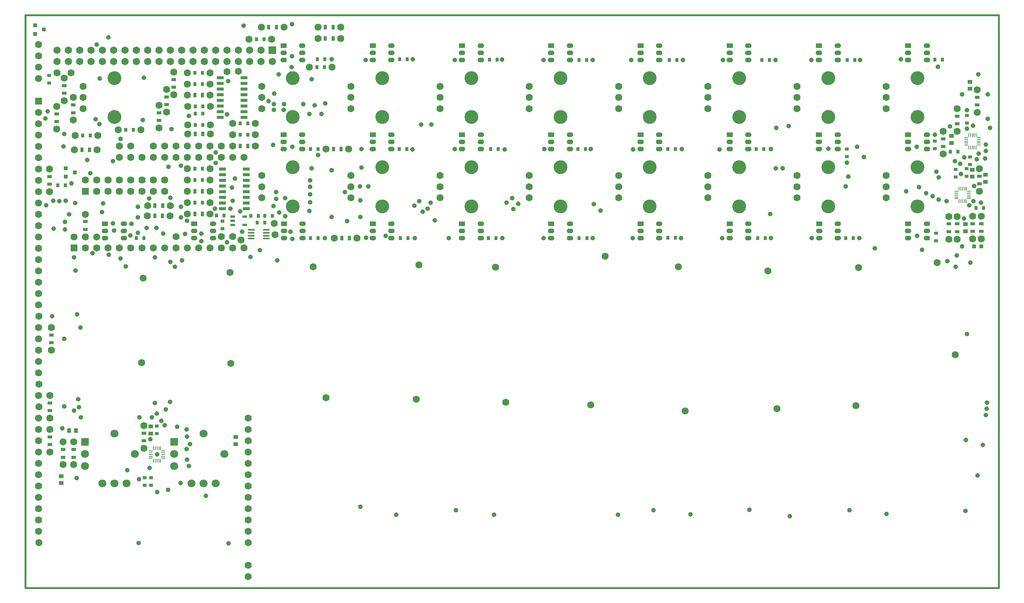
<source format=gts>
G04 This is an RS-274x file exported by *
G04 gerbv version 2.6.1 *
G04 More information is available about gerbv at *
G04 http://gerbv.geda-project.org/ *
G04 --End of header info--*
%MOIN*%
%FSLAX34Y34*%
%IPPOS*%
G04 --Define apertures--*
%ADD10C,0.0150*%
%ADD11C,0.0420*%
%ADD12C,0.0630*%
%AMMACRO13*
21,1,0.029190,0.037064,0.000000,0.000000,180.000000*
%
%ADD13MACRO13*%
%ADD14R,0.0264X0.0343*%
%ADD15R,0.0579X0.0429*%
%AMMACRO16*
21,1,0.014961,0.042898,0.000000,0.000000,360.000000*
21,1,0.057859,0.000000,0.000000,0.000000,360.000000*
1,1,0.042898,-0.007480,0.000000*
1,1,0.042898,0.007480,0.000000*
1,1,0.042898,0.007480,-0.000000*
1,1,0.042898,-0.007480,-0.000000*
%
%ADD16MACRO16*%
%ADD17R,0.0709X0.0709*%
%ADD18C,0.0709*%
%ADD19R,0.0292X0.0371*%
%ADD20R,0.0352X0.0076*%
%AMMACRO21*
21,1,0.027607,0.007578,0.000000,0.000000,360.000000*
1,1,0.007578,-0.013804,0.000000*
1,1,0.007578,0.013804,0.000000*
1,1,0.007578,0.013804,-0.000000*
1,1,0.007578,-0.013804,0.000000*
%
%ADD21MACRO21*%
%AMMACRO22*
21,1,0.007578,0.027607,0.000000,0.000000,360.000000*
1,1,0.007578,0.000000,0.013804*
1,1,0.007578,0.000000,0.013804*
1,1,0.007578,0.000000,-0.013804*
1,1,0.007578,-0.000000,-0.013804*
%
%ADD22MACRO22*%
%AMMACRO23*
21,1,0.026406,0.034280,0.000000,0.000000,270.000000*
%
%ADD23MACRO23*%
%AMMACRO24*
21,1,0.033154,0.037064,0.000000,0.000000,270.000000*
%
%ADD24MACRO24*%
%ADD25C,0.1220*%
%AMMACRO26*
21,1,0.029190,0.037064,0.000000,0.000000,90.000000*
%
%ADD26MACRO26*%
%AMMACRO27*
21,1,0.031496,0.035433,0.000000,0.000000,270.000000*
%
%ADD27MACRO27*%
%ADD28R,0.0638X0.0638*%
%ADD29C,0.0638*%
%AMMACRO30*
21,1,0.029190,0.037064,0.000000,0.000000,270.000000*
%
%ADD30MACRO30*%
%AMMACRO31*
21,1,0.026406,0.034280,0.000000,0.000000,180.000000*
%
%ADD31MACRO31*%
%AMMACRO32*
21,1,0.033154,0.037064,0.000000,0.000000,90.000000*
%
%ADD32MACRO32*%
%AMMACRO33*
21,1,0.026406,0.034280,0.000000,0.000000,90.000000*
%
%ADD33MACRO33*%
%ADD34R,0.0630X0.0630*%
%AMMACRO35*
21,1,0.035185,0.007578,0.000000,0.000000,180.000000*
%
%ADD35MACRO35*%
%AMMACRO36*
21,1,0.027607,0.007578,0.000000,0.000000,180.000000*
1,1,0.007578,0.013804,-0.000000*
1,1,0.007578,-0.013804,-0.000000*
1,1,0.007578,-0.013804,0.000000*
1,1,0.007578,0.013804,0.000000*
%
%ADD36MACRO36*%
%AMMACRO37*
21,1,0.007578,0.027607,0.000000,0.000000,180.000000*
1,1,0.007578,0.000000,-0.013804*
1,1,0.007578,-0.000000,-0.013804*
1,1,0.007578,-0.000000,0.013804*
1,1,0.007578,0.000000,0.013804*
%
%ADD37MACRO37*%
%ADD38C,0.0650*%
%AMMACRO39*
21,1,0.064961,0.064961,0.000000,0.000000,270.000000*
%
%ADD39MACRO39*%
%ADD40R,0.0413X0.0236*%
%AMMACRO41*
21,1,0.033154,0.037064,0.000000,0.000000,180.000000*
%
%ADD41MACRO41*%
%AMMACRO42*
21,1,0.023622,0.059055,0.000000,0.000000,90.000000*
%
%ADD42MACRO42*%
%ADD43R,0.0332X0.0371*%
%AMMACRO44*
21,1,0.062992,0.062992,0.000000,0.000000,270.000000*
%
%ADD44MACRO44*%
%AMMACRO45*
21,1,0.062992,0.011811,0.000000,0.000000,180.000000*
%
%ADD45MACRO45*%
%AMMACRO46*
21,1,0.051181,0.011811,0.000000,0.000000,180.000000*
1,1,0.011811,0.025591,-0.000000*
1,1,0.011811,-0.025591,-0.000000*
1,1,0.011811,-0.025591,0.000000*
1,1,0.011811,0.025591,0.000000*
%
%ADD46MACRO46*%
%AMMACRO47*
21,1,0.051181,0.011811,0.000000,0.000000,360.000000*
1,1,0.011811,-0.025591,0.000000*
1,1,0.011811,0.025591,0.000000*
1,1,0.011811,0.025591,-0.000000*
1,1,0.011811,-0.025591,0.000000*
%
%ADD47MACRO47*%
G04 --Start main section--*
G54D10*
G01X0000000Y0000000D02*
G01X0085906Y0000000D01*
G01X0085906Y0000000D02*
G01X0085906Y0050591D01*
G01X0085906Y0050591D02*
G01X0000000Y0050591D01*
G01X0000000Y0050591D02*
G01X0000000Y0000000D01*
G01X0000000Y0000000D02*
G54D11*
G01X0081319Y0034148D03*
G01X0013750Y0033661D03*
G01X0001975Y0042106D03*
G01X0077287Y0046675D03*
G01X0021955Y0042215D03*
G01X0035758Y0034026D03*
G01X0026142Y0041841D03*
G01X0082963Y0006801D03*
G01X0078868Y0035384D03*
G01X0012313Y0014350D03*
G01X0007362Y0029419D03*
G01X0082825Y0032638D03*
G01X0023540Y0049803D03*
G01X0042963Y0034409D03*
G01X0004745Y0015945D03*
G01X0008411Y0029075D03*
G01X0003432Y0040080D03*
G01X0061500Y0030884D03*
G01X0011172Y0015049D03*
G01X0081612Y0040770D03*
G01X0010925Y0034373D03*
G01X0020702Y0029823D03*
G01X0025138Y0034754D03*
G01X0003268Y0014085D03*
G01X0084045Y0009911D03*
G01X0078680Y0038972D03*
G01X0045800Y0038758D03*
G01X0027047Y0032746D03*
G01X0014269Y0032411D03*
G01X0025289Y0037057D03*
G01X0084715Y0037926D03*
G01X0007736Y0032205D03*
G01X0026464Y0042790D03*
G01X0003445Y0016014D03*
G01X0029587Y0032750D03*
G01X0008396Y0039656D03*
G01X0084872Y0016348D03*
G01X0001833Y0033789D03*
G01X0073423Y0038972D03*
G01X0004882Y0023002D03*
G01X0050090Y0030896D03*
G01X0084764Y0038573D03*
G01X0003494Y0031671D03*
G01X0035502Y0033504D03*
G01X0080059Y0034575D03*
G01X0034951Y0040915D03*
G01X0079140Y0029860D03*
G01X0080404Y0036772D03*
G01X0061560Y0046632D03*
G01X0073660Y0046634D03*
G01X0083094Y0040560D03*
G01X0083661Y0034148D03*
G01X0081380Y0028860D03*
G01X0009370Y0032144D03*
G01X0025069Y0041841D03*
G01X0077736Y0035010D03*
G01X0014281Y0011309D03*
G01X0011424Y0016319D03*
G01X0016821Y0037530D03*
G01X0083963Y0037854D03*
G01X0082024Y0037687D03*
G01X0053490Y0046632D03*
G01X0029660Y0037130D03*
G01X0043071Y0033445D03*
G01X0082520Y0037470D03*
G01X0034220Y0046683D03*
G01X0002992Y0034144D03*
G01X0021906Y0033728D03*
G01X0011634Y0011800D03*
G01X0003445Y0021988D03*
G01X0004321Y0029193D03*
G01X0030085Y0030930D03*
G01X0028217Y0034951D03*
G01X0014232Y0013992D03*
G01X0045740Y0030884D03*
G01X0003583Y0034203D03*
G01X0012160Y0031292D03*
G01X0012411Y0015744D03*
G01X0019872Y0029237D03*
G01X0074006Y0038055D03*
G01X0083094Y0042190D03*
G01X0009283Y0031112D03*
G01X0084508Y0012628D03*
G01X0010482Y0045048D03*
G01X0074990Y0030005D03*
G01X0005482Y0037785D03*
G01X0006292Y0047992D03*
G01X0050090Y0046624D03*
G01X0007343Y0048612D03*
G01X0015551Y0031299D03*
G01X0073602Y0030886D03*
G01X0007854Y0031545D03*
G01X0015545Y0030610D03*
G01X0057870Y0030906D03*
G01X0004321Y0015650D03*
G01X0002362Y0024000D03*
G01X0069370Y0046632D03*
G01X0058030Y0046624D03*
G01X0003383Y0038990D03*
G01X0011635Y0008460D03*
G01X0058711Y0006476D03*
G01X0084951Y0043573D03*
G01X0017900Y0044770D03*
G01X0082683Y0043580D03*
G01X0014449Y0041675D03*
G01X0005945Y0029547D03*
G01X0019134Y0031457D03*
G01X0050778Y0033317D03*
G01X0014111Y0031272D03*
G01X0080610Y0036266D03*
G01X0014232Y0012269D03*
G01X0003494Y0032317D03*
G01X0045730Y0046632D03*
G01X0021476Y0043002D03*
G01X0066220Y0046634D03*
G01X0013209Y0028366D03*
G01X0084843Y0015817D03*
G01X0002490Y0034203D03*
G01X0066850Y0037057D03*
G01X0042467Y0034016D03*
G01X0082870Y0038028D03*
G01X0006555Y0040965D03*
G01X0010020Y0003947D03*
G01X0012640Y0037205D03*
G01X0037920Y0038758D03*
G01X0028420Y0032400D03*
G01X0067382Y0040797D03*
G01X0029587Y0034232D03*
G01X0030260Y0035460D03*
G01X0038022Y0006870D03*
G01X0079518Y0034852D03*
G01X0013829Y0028917D03*
G01X0013750Y0037283D03*
G01X0072642Y0036329D03*
G01X0015955Y0008130D03*
G01X0070880Y0038800D03*
G01X0018104Y0033486D03*
G01X0082110Y0028370D03*
G01X0042310Y0038710D03*
G01X0006880Y0033970D03*
G01X0070080Y0046632D03*
G01X0014429Y0010748D03*
G01X0011583Y0031791D03*
G01X0012904Y0040512D03*
G01X0084783Y0015246D03*
G01X0080548Y0046030D03*
G01X0053640Y0038720D03*
G01X0002520Y0031713D03*
G01X0018989Y0033265D03*
G01X0035837Y0040915D03*
G01X0072756Y0006870D03*
G01X0004587Y0024144D03*
G01X0084340Y0034035D03*
G01X0004921Y0015049D03*
G01X0084764Y0039162D03*
G01X0027050Y0046675D03*
G01X0041368Y0006467D03*
G01X0022954Y0034431D03*
G01X0017953Y0003937D03*
G01X0009947Y0032733D03*
G01X0076014Y0006526D03*
G01X0012791Y0034459D03*
G01X0018240Y0035358D03*
G01X0027049Y0036880D03*
G01X0057930Y0038758D03*
G01X0084951Y0041407D03*
G01X0013750Y0032707D03*
G01X0034160Y0038720D03*
G01X0069410Y0030886D03*
G01X0083730Y0035491D03*
G01X0043504Y0033927D03*
G01X0006758Y0033198D03*
G01X0007756Y0037697D03*
G01X0024540Y0042736D03*
G01X0018510Y0036153D03*
G01X0012760Y0016437D03*
G01X0029660Y0038772D03*
G01X0011596Y0015404D03*
G01X0065810Y0038758D03*
G01X0065810Y0030886D03*
G01X0010359Y0041339D03*
G01X0080610Y0034281D03*
G01X0010962Y0010600D03*
G01X0022815Y0042215D03*
G01X0082660Y0030150D03*
G01X0053610Y0030884D03*
G01X0013711Y0009252D03*
G01X0012598Y0008661D03*
G01X0021955Y0042736D03*
G01X0037910Y0046632D03*
G01X0022384Y0045350D03*
G01X0018300Y0034193D03*
G01X0022952Y0032835D03*
G01X0036150Y0032440D03*
G01X0066240Y0037057D03*
G01X0025531Y0042608D03*
G01X0035067Y0033219D03*
G01X0011043Y0013122D03*
G01X0034390Y0030886D03*
G01X0005750Y0036626D03*
G01X0016754Y0033506D03*
G01X0052323Y0006447D03*
G01X0023562Y0030828D03*
G01X0017815Y0030526D03*
G01X0083307Y0033782D03*
G01X0006201Y0041378D03*
G01X0006565Y0044980D03*
G01X0011447Y0029183D03*
G01X0084125Y0038343D03*
G01X0010079Y0015049D03*
G01X0009953Y0033663D03*
G01X0034783Y0034144D03*
G01X0009931Y0031368D03*
G01X0021880Y0039110D03*
G01X0034331Y0033740D03*
G01X0010710Y0031791D03*
G01X0031801Y0031098D03*
G01X0072402Y0035443D03*
G01X0026440Y0030884D03*
G01X0022136Y0034350D03*
G01X0012795Y0028799D03*
G01X0021988Y0043652D03*
G01X0083630Y0040829D03*
G01X0072520Y0037550D03*
G01X0022827Y0042736D03*
G01X0025275Y0044910D03*
G01X0055433Y0006841D03*
G01X0019281Y0049650D03*
G01X0025128Y0036004D03*
G01X0014281Y0013355D03*
G01X0067461Y0006339D03*
G01X0025827Y0038219D03*
G01X0050187Y0033878D03*
G01X0022254Y0028933D03*
G01X0030040Y0046632D03*
G01X0016821Y0038470D03*
G01X0010039Y0009598D03*
G01X0025067Y0033287D03*
G01X0083022Y0013041D03*
G01X0082579Y0036550D03*
G01X0003878Y0032988D03*
G01X0085148Y0040630D03*
G01X0065748Y0033022D03*
G01X0082192Y0029340D03*
G01X0004444Y0028031D03*
G01X0009011Y0010389D03*
G01X0014530Y0012680D03*
G01X0022136Y0034946D03*
G01X0004075Y0035728D03*
G01X0008858Y0028386D03*
G01X0012002Y0014760D03*
G01X0023540Y0046942D03*
G01X0025128Y0034055D03*
G01X0084104Y0045354D03*
G01X0023504Y0046004D03*
G01X0029587Y0007165D03*
G01X0004417Y0033976D03*
G01X0023420Y0031469D03*
G01X0042100Y0030884D03*
G01X0022402Y0033170D03*
G01X0013406Y0014230D03*
G01X0037360Y0030884D03*
G01X0023562Y0038972D03*
G01X0049920Y0038758D03*
G01X0029530Y0035460D03*
G01X0004535Y0009706D03*
G01X0080266Y0040018D03*
G01X0004665Y0016663D03*
G01X0066257Y0040620D03*
G01X0083396Y0028730D03*
G01X0063907Y0006900D03*
G01X0001772Y0041453D03*
G01X0042080Y0046644D03*
G01X0083120Y0022431D03*
G01X0061290Y0038710D03*
G01X0078719Y0031098D03*
G01X0032726Y0006467D03*
G01X0025128Y0035433D03*
G01X0017813Y0041831D03*
G54D12*
G01X0027825Y0049510D03*
G01X0025825Y0049510D03*
G54D13*
G01X0027159Y0049510D03*
G01X0026490Y0049510D03*
G54D14*
G01X0033100Y0030884D03*
G01X0033770Y0030884D03*
G54D15*
G01X0070039Y0040018D03*
G54D16*
G01X0071693Y0038758D03*
G01X0070039Y0038758D03*
G01X0071693Y0040018D03*
G01X0071693Y0039388D03*
G01X0070039Y0039388D03*
G54D12*
G01X0017311Y0031026D03*
G54D17*
G01X0005276Y0012874D03*
G54D18*
G01X0005276Y0011811D03*
G01X0005276Y0010748D03*
G01X0006811Y0009213D03*
G01X0007874Y0009213D03*
G01X0008937Y0009213D03*
G01X0007874Y0013622D03*
G01X0009685Y0011811D03*
G54D19*
G01X0018978Y0041026D03*
G01X0019647Y0041026D03*
G54D12*
G01X0018313Y0041026D03*
G01X0020313Y0041026D03*
G54D20*
G01X0083046Y0039754D03*
G54D21*
G01X0083046Y0039596D03*
G01X0083046Y0039439D03*
G01X0083046Y0039281D03*
G01X0083046Y0039124D03*
G01X0084139Y0039124D03*
G01X0084139Y0039281D03*
G01X0084139Y0039439D03*
G01X0084139Y0039596D03*
G01X0084139Y0039754D03*
G54D22*
G01X0083278Y0038892D03*
G01X0083435Y0038892D03*
G01X0083593Y0038892D03*
G01X0083750Y0038892D03*
G01X0083907Y0038892D03*
G01X0083907Y0039986D03*
G01X0083750Y0039986D03*
G01X0083593Y0039986D03*
G01X0083435Y0039986D03*
G01X0083278Y0039986D03*
G54D12*
G01X0026545Y0016801D03*
G54D23*
G01X0083383Y0038059D03*
G01X0083383Y0037389D03*
G54D15*
G01X0038543Y0047892D03*
G54D16*
G01X0040197Y0046632D03*
G01X0038543Y0046632D03*
G01X0040197Y0047892D03*
G01X0040197Y0047262D03*
G01X0038543Y0047262D03*
G54D15*
G01X0054291Y0040018D03*
G54D16*
G01X0055945Y0038758D03*
G01X0054291Y0038758D03*
G01X0055945Y0040018D03*
G01X0055945Y0039388D03*
G01X0054291Y0039388D03*
G54D24*
G01X0003161Y0009872D03*
G01X0003161Y0009242D03*
G54D12*
G01X0052358Y0036417D03*
G01X0052358Y0035433D03*
G01X0052358Y0034449D03*
G54D25*
G01X0055118Y0037163D03*
G01X0055118Y0033703D03*
G54D12*
G01X0019685Y0004000D03*
G54D14*
G01X0025780Y0046675D03*
G01X0026449Y0046675D03*
G54D12*
G01X0081506Y0030806D03*
G01X0081506Y0032806D03*
G54D26*
G01X0081506Y0031472D03*
G01X0081506Y0032141D03*
G54D14*
G01X0025177Y0030886D03*
G01X0025846Y0030886D03*
G01X0041063Y0038758D03*
G01X0041732Y0038758D03*
G54D27*
G01X0000866Y0049685D03*
G01X0000866Y0048937D03*
G01X0001654Y0049311D03*
G54D12*
G01X0013311Y0031026D03*
G01X0020862Y0044291D03*
G01X0020862Y0043307D03*
G01X0020862Y0042323D03*
G54D25*
G01X0023622Y0045037D03*
G01X0023622Y0041577D03*
G54D12*
G01X0036610Y0036417D03*
G01X0036610Y0035433D03*
G01X0036610Y0034449D03*
G54D25*
G01X0039370Y0037163D03*
G01X0039370Y0033703D03*
G54D14*
G01X0064626Y0030884D03*
G01X0065295Y0030884D03*
G54D15*
G01X0007047Y0032144D03*
G54D16*
G01X0008701Y0030884D03*
G01X0007047Y0030884D03*
G01X0008701Y0032144D03*
G01X0008701Y0031514D03*
G01X0007047Y0031514D03*
G54D28*
G01X0005319Y0035030D03*
G54D29*
G01X0006319Y0035030D03*
G01X0007319Y0035030D03*
G01X0008319Y0035030D03*
G01X0009319Y0035030D03*
G01X0010319Y0035030D03*
G01X0011319Y0035030D03*
G01X0012319Y0035030D03*
G01X0005319Y0036030D03*
G01X0006319Y0036030D03*
G01X0007319Y0036030D03*
G01X0008319Y0036030D03*
G01X0009319Y0036030D03*
G01X0010319Y0036030D03*
G01X0011319Y0036030D03*
G01X0012319Y0036030D03*
G54D12*
G01X0018130Y0019820D03*
G54D14*
G01X0048888Y0030884D03*
G01X0049557Y0030884D03*
G54D23*
G01X0002116Y0045246D03*
G01X0002116Y0044577D03*
G54D12*
G01X0016314Y0033026D03*
G01X0014314Y0033026D03*
G54D13*
G01X0015649Y0033026D03*
G01X0014980Y0033026D03*
G54D12*
G01X0084389Y0032833D03*
G01X0084389Y0030833D03*
G54D30*
G01X0084389Y0032167D03*
G01X0084389Y0031498D03*
G54D12*
G01X0083602Y0030833D03*
G01X0083602Y0032833D03*
G54D26*
G01X0083602Y0031498D03*
G01X0083602Y0032167D03*
G54D14*
G01X0056693Y0030927D03*
G01X0057362Y0030927D03*
G01X0072549Y0046634D03*
G01X0073219Y0046634D03*
G01X0025157Y0038758D03*
G01X0025827Y0038758D03*
G01X0033051Y0046683D03*
G01X0033720Y0046683D03*
G54D12*
G01X0002776Y0040526D03*
G01X0002776Y0042526D03*
G54D26*
G01X0002776Y0041191D03*
G01X0002776Y0041860D03*
G54D12*
G01X0018090Y0027844D03*
G01X0017311Y0039026D03*
G54D31*
G01X0015677Y0041884D03*
G01X0015007Y0041884D03*
G54D32*
G01X0083386Y0044075D03*
G01X0083386Y0044705D03*
G54D12*
G01X0016311Y0039026D03*
G01X0019685Y0001000D03*
G01X0028736Y0044291D03*
G01X0028736Y0043307D03*
G01X0028736Y0042323D03*
G54D25*
G01X0031496Y0045037D03*
G01X0031496Y0041577D03*
G54D12*
G01X0001181Y0045000D03*
G01X0001181Y0046000D03*
G54D15*
G01X0022824Y0032144D03*
G54D16*
G01X0024477Y0030884D03*
G01X0022824Y0030884D03*
G01X0024477Y0032144D03*
G01X0024477Y0031514D03*
G01X0022824Y0031514D03*
G54D12*
G01X0029287Y0030884D03*
G01X0027287Y0030884D03*
G54D13*
G01X0028622Y0030884D03*
G01X0027953Y0030884D03*
G54D12*
G01X0011311Y0039026D03*
G54D14*
G01X0040965Y0046644D03*
G01X0041634Y0046644D03*
G54D12*
G01X0003443Y0045026D03*
G01X0003443Y0043026D03*
G54D30*
G01X0003443Y0044360D03*
G01X0003443Y0043691D03*
G54D12*
G01X0014314Y0039026D03*
G54D23*
G01X0083065Y0037010D03*
G01X0083065Y0036341D03*
G54D32*
G01X0018583Y0012697D03*
G01X0018583Y0013327D03*
G54D14*
G01X0056703Y0038758D03*
G01X0057372Y0038758D03*
G54D12*
G01X0060232Y0044291D03*
G01X0060232Y0043307D03*
G01X0060232Y0042323D03*
G54D25*
G01X0062992Y0045037D03*
G01X0062992Y0041577D03*
G54D12*
G01X0008311Y0039026D03*
G01X0018811Y0045630D03*
G01X0012480Y0042038D03*
G01X0012480Y0044038D03*
G54D26*
G01X0012480Y0042703D03*
G01X0012480Y0043372D03*
G54D14*
G01X0009815Y0030884D03*
G01X0010484Y0030884D03*
G54D33*
G01X0080266Y0038799D03*
G01X0080266Y0039469D03*
G54D12*
G01X0019685Y0002000D03*
G01X0004026Y0045482D03*
G01X0068106Y0036417D03*
G01X0068106Y0035433D03*
G01X0068106Y0034449D03*
G54D25*
G01X0070866Y0037163D03*
G01X0070866Y0033703D03*
G54D34*
G01X0004321Y0030026D03*
G54D12*
G01X0005321Y0030026D03*
G01X0006321Y0030026D03*
G01X0007321Y0030026D03*
G01X0008321Y0030026D03*
G01X0009321Y0030026D03*
G01X0010321Y0030026D03*
G01X0011321Y0030026D03*
G01X0012321Y0030026D03*
G01X0013321Y0030026D03*
G01X0014321Y0030026D03*
G01X0015321Y0030026D03*
G01X0016321Y0030026D03*
G01X0017321Y0030026D03*
G01X0018321Y0030026D03*
G01X0019321Y0030026D03*
G01X0019321Y0038026D03*
G01X0018321Y0038026D03*
G01X0017321Y0038026D03*
G01X0016321Y0038026D03*
G01X0015321Y0038026D03*
G01X0014321Y0038026D03*
G01X0013321Y0038026D03*
G01X0012321Y0038026D03*
G01X0011321Y0038026D03*
G01X0010321Y0038026D03*
G01X0009321Y0038026D03*
G01X0008321Y0038026D03*
G01X0019685Y0008000D03*
G54D32*
G01X0082959Y0031478D03*
G01X0082959Y0032108D03*
G54D12*
G01X0009311Y0039026D03*
G01X0022825Y0049510D03*
G01X0020825Y0049510D03*
G54D13*
G01X0022159Y0049510D03*
G01X0021490Y0049510D03*
G54D35*
G01X0083283Y0034380D03*
G54D36*
G01X0083283Y0034537D03*
G01X0083283Y0034695D03*
G01X0083283Y0034852D03*
G01X0083283Y0035010D03*
G01X0082189Y0035010D03*
G01X0082189Y0034852D03*
G01X0082189Y0034695D03*
G01X0082189Y0034537D03*
G01X0082189Y0034380D03*
G54D37*
G01X0083051Y0035242D03*
G01X0082894Y0035242D03*
G01X0082736Y0035242D03*
G01X0082579Y0035242D03*
G01X0082421Y0035242D03*
G01X0082421Y0034148D03*
G01X0082579Y0034148D03*
G01X0082736Y0034148D03*
G01X0082894Y0034148D03*
G01X0083051Y0034148D03*
G54D12*
G01X0013110Y0043557D03*
G01X0013110Y0045557D03*
G54D26*
G01X0013110Y0044223D03*
G01X0013110Y0044892D03*
G54D33*
G01X0017392Y0031728D03*
G01X0017392Y0032398D03*
G54D12*
G01X0042420Y0016398D03*
G01X0027825Y0048510D03*
G01X0025825Y0048510D03*
G54D13*
G01X0027159Y0048510D03*
G01X0026490Y0048510D03*
G54D12*
G01X0016342Y0040095D03*
G01X0014342Y0040095D03*
G54D13*
G01X0015677Y0040095D03*
G01X0015007Y0040095D03*
G54D14*
G01X0056850Y0046624D03*
G01X0057520Y0046624D03*
G54D27*
G01X0003577Y0037067D03*
G01X0003577Y0036319D03*
G01X0004364Y0036693D03*
G54D12*
G01X0019685Y0011000D03*
G01X0019685Y0006000D03*
G54D38*
G01X0020811Y0047500D03*
G01X0019811Y0047500D03*
G01X0018811Y0047500D03*
G01X0017811Y0047500D03*
G01X0016811Y0047500D03*
G01X0015811Y0047500D03*
G01X0014811Y0047500D03*
G01X0013811Y0047500D03*
G01X0012811Y0047500D03*
G01X0011811Y0047500D03*
G01X0010811Y0047500D03*
G01X0009811Y0047500D03*
G01X0008811Y0047500D03*
G01X0007811Y0047500D03*
G01X0006811Y0047500D03*
G01X0005811Y0047500D03*
G01X0004811Y0047500D03*
G01X0003811Y0047500D03*
G01X0002811Y0047500D03*
G01X0021811Y0046500D03*
G01X0020811Y0046500D03*
G01X0019811Y0046500D03*
G01X0018811Y0046500D03*
G01X0017811Y0046500D03*
G01X0016811Y0046500D03*
G01X0015811Y0046500D03*
G01X0014811Y0046500D03*
G01X0013811Y0046500D03*
G01X0012811Y0046500D03*
G01X0011811Y0046500D03*
G01X0010811Y0046500D03*
G01X0009811Y0046500D03*
G01X0008811Y0046500D03*
G01X0007811Y0046500D03*
G01X0006811Y0046500D03*
G01X0005811Y0046500D03*
G01X0004811Y0046500D03*
G01X0003811Y0046500D03*
G01X0002811Y0046500D03*
G54D39*
G01X0021811Y0047500D03*
G54D12*
G01X0018311Y0031026D03*
G54D40*
G01X0018311Y0032795D03*
G01X0018311Y0032421D03*
G01X0018311Y0032047D03*
G01X0019374Y0032047D03*
G01X0019374Y0032795D03*
G54D14*
G01X0040886Y0030888D03*
G01X0041555Y0030888D03*
G54D41*
G01X0004487Y0013899D03*
G01X0003857Y0013899D03*
G54D23*
G01X0011092Y0009730D03*
G01X0011092Y0009061D03*
G54D12*
G01X0005311Y0033006D03*
G01X0005311Y0031006D03*
G54D30*
G01X0005311Y0032341D03*
G01X0005311Y0031671D03*
G54D42*
G01X0019518Y0033476D03*
G01X0019518Y0033976D03*
G01X0019518Y0034476D03*
G01X0019518Y0034976D03*
G01X0019518Y0035476D03*
G01X0019518Y0035976D03*
G01X0019518Y0036476D03*
G01X0019518Y0036976D03*
G01X0017392Y0036976D03*
G01X0017392Y0036476D03*
G01X0017392Y0035976D03*
G01X0017392Y0035476D03*
G01X0017392Y0034976D03*
G01X0017392Y0034476D03*
G01X0017392Y0033976D03*
G01X0017392Y0033476D03*
G54D19*
G01X0020420Y0048444D03*
G01X0021089Y0048444D03*
G54D12*
G01X0019755Y0048444D03*
G01X0021755Y0048444D03*
G54D15*
G01X0030669Y0047892D03*
G54D16*
G01X0032323Y0046632D03*
G01X0030669Y0046632D03*
G01X0032323Y0047892D03*
G01X0032323Y0047262D03*
G01X0030669Y0047262D03*
G54D14*
G01X0002860Y0035557D03*
G01X0003530Y0035557D03*
G54D15*
G01X0062165Y0032144D03*
G54D16*
G01X0063819Y0030884D03*
G01X0062165Y0030884D03*
G01X0063819Y0032144D03*
G01X0063819Y0031514D03*
G01X0062165Y0031514D03*
G54D12*
G01X0019685Y0005000D03*
G01X0034518Y0016654D03*
G01X0002811Y0045482D03*
G54D14*
G01X0019901Y0032840D03*
G01X0020570Y0032840D03*
G54D15*
G01X0038543Y0032144D03*
G54D16*
G01X0040197Y0030884D03*
G01X0038543Y0030884D03*
G01X0040197Y0032144D03*
G01X0040197Y0031514D03*
G01X0038543Y0031514D03*
G54D12*
G01X0010410Y0027352D03*
G01X0019045Y0030738D03*
G01X0017811Y0045600D03*
G01X0002189Y0014002D03*
G01X0002189Y0012002D03*
G54D30*
G01X0002189Y0013337D03*
G01X0002189Y0012667D03*
G54D23*
G01X0083106Y0041728D03*
G01X0083106Y0041059D03*
G54D12*
G01X0003346Y0010874D03*
G01X0003346Y0012874D03*
G54D26*
G01X0003346Y0011539D03*
G01X0003346Y0012209D03*
G54D12*
G01X0080994Y0040329D03*
G01X0080994Y0038329D03*
G54D30*
G01X0080994Y0039663D03*
G01X0080994Y0038994D03*
G54D15*
G01X0070059Y0032146D03*
G54D16*
G01X0071713Y0030886D03*
G01X0070059Y0030886D03*
G01X0071713Y0032146D03*
G01X0071713Y0031516D03*
G01X0070059Y0031516D03*
G54D12*
G01X0001181Y0047000D03*
G01X0001181Y0048000D03*
G01X0082067Y0020600D03*
G01X0019685Y0013000D03*
G54D15*
G01X0014921Y0032144D03*
G54D16*
G01X0016575Y0030884D03*
G01X0014921Y0030884D03*
G01X0016575Y0032144D03*
G01X0016575Y0031514D03*
G01X0014921Y0031514D03*
G54D12*
G01X0041516Y0028317D03*
G01X0075980Y0044291D03*
G01X0075980Y0043307D03*
G01X0075980Y0042323D03*
G54D25*
G01X0078740Y0045037D03*
G01X0078740Y0041577D03*
G54D12*
G01X0002303Y0022992D03*
G01X0002303Y0020992D03*
G54D30*
G01X0002303Y0022327D03*
G01X0002303Y0021657D03*
G54D24*
G01X0011078Y0014243D03*
G01X0011078Y0013613D03*
G54D12*
G01X0019685Y0010000D03*
G54D19*
G01X0014960Y0034026D03*
G01X0015630Y0034026D03*
G54D12*
G01X0014295Y0034026D03*
G01X0016295Y0034026D03*
G54D15*
G01X0070039Y0047892D03*
G54D16*
G01X0071693Y0046632D03*
G01X0070039Y0046632D03*
G01X0071693Y0047892D03*
G01X0071693Y0047262D03*
G01X0070039Y0047262D03*
G54D12*
G01X0028530Y0038762D03*
G01X0026530Y0038762D03*
G54D13*
G01X0027864Y0038762D03*
G01X0027195Y0038762D03*
G54D12*
G01X0021969Y0032185D03*
G01X0016295Y0035026D03*
G01X0014295Y0035026D03*
G54D13*
G01X0015630Y0035026D03*
G01X0014960Y0035026D03*
G54D15*
G01X0046417Y0040018D03*
G54D16*
G01X0048071Y0038758D03*
G01X0046417Y0038758D03*
G01X0048071Y0040018D03*
G01X0048071Y0039388D03*
G01X0046417Y0039388D03*
G54D15*
G01X0030669Y0032144D03*
G54D16*
G01X0032323Y0030884D03*
G01X0030669Y0030884D03*
G01X0032323Y0032144D03*
G01X0032323Y0031514D03*
G01X0030669Y0031514D03*
G54D12*
G01X0019685Y0007000D03*
G01X0019685Y0015000D03*
G54D14*
G01X0048868Y0046624D03*
G01X0049537Y0046624D03*
G54D15*
G01X0077913Y0032144D03*
G54D16*
G01X0079567Y0030884D03*
G01X0077913Y0030884D03*
G01X0079567Y0032144D03*
G01X0079567Y0031514D03*
G01X0077913Y0031514D03*
G54D19*
G01X0005059Y0039970D03*
G01X0005728Y0039970D03*
G54D12*
G01X0004394Y0039970D03*
G01X0006394Y0039970D03*
G54D15*
G01X0062165Y0047892D03*
G54D16*
G01X0063819Y0046632D03*
G01X0062165Y0046632D03*
G01X0063819Y0047892D03*
G01X0063819Y0047262D03*
G01X0062165Y0047262D03*
G54D15*
G01X0077913Y0047892D03*
G54D16*
G01X0079567Y0046632D03*
G01X0077913Y0046632D03*
G01X0079567Y0047892D03*
G01X0079567Y0047262D03*
G01X0077913Y0047262D03*
G54D12*
G01X0034744Y0028533D03*
G01X0028736Y0036417D03*
G01X0028736Y0035433D03*
G01X0028736Y0034449D03*
G54D25*
G01X0031496Y0037163D03*
G01X0031496Y0033703D03*
G54D43*
G01X0083740Y0030150D03*
G01X0084370Y0030150D03*
G54D12*
G01X0065531Y0028000D03*
G01X0044484Y0036417D03*
G01X0044484Y0035433D03*
G01X0044484Y0034449D03*
G54D25*
G01X0047244Y0037163D03*
G01X0047244Y0033703D03*
G54D23*
G01X0080364Y0031326D03*
G01X0080364Y0030656D03*
G54D12*
G01X0015311Y0039026D03*
G01X0068106Y0044291D03*
G01X0068106Y0043307D03*
G01X0068106Y0042323D03*
G54D25*
G01X0070866Y0045037D03*
G01X0070866Y0041577D03*
G54D31*
G01X0021140Y0032268D03*
G01X0020470Y0032268D03*
G54D12*
G01X0019685Y0012000D03*
G54D14*
G01X0080276Y0046654D03*
G01X0080945Y0046654D03*
G54D19*
G01X0025746Y0046004D03*
G01X0026416Y0046004D03*
G54D12*
G01X0025081Y0046004D03*
G01X0027081Y0046004D03*
G01X0019685Y0014000D03*
G54D15*
G01X0038543Y0040018D03*
G54D16*
G01X0040197Y0038758D03*
G01X0038543Y0038758D03*
G01X0040197Y0040018D03*
G01X0040197Y0039388D03*
G01X0038543Y0039388D03*
G54D12*
G01X0020313Y0039026D03*
G01X0018313Y0039026D03*
G54D13*
G01X0019647Y0039026D03*
G01X0018978Y0039026D03*
G54D31*
G01X0084589Y0033543D03*
G01X0083920Y0033543D03*
G54D42*
G01X0019321Y0041557D03*
G01X0019321Y0042057D03*
G01X0019321Y0042557D03*
G01X0019321Y0043057D03*
G01X0019321Y0043557D03*
G01X0019321Y0044057D03*
G01X0019321Y0044557D03*
G01X0019321Y0045057D03*
G01X0017195Y0045057D03*
G01X0017195Y0044557D03*
G01X0017195Y0044057D03*
G01X0017195Y0043557D03*
G01X0017195Y0043057D03*
G01X0017195Y0042557D03*
G01X0017195Y0042057D03*
G01X0017195Y0041557D03*
G54D12*
G01X0010280Y0019880D03*
G54D33*
G01X0010541Y0009061D03*
G01X0010541Y0009730D03*
G54D12*
G01X0012791Y0033750D03*
G01X0010791Y0033750D03*
G54D13*
G01X0012126Y0033750D03*
G01X0011456Y0033750D03*
G54D19*
G01X0014980Y0037026D03*
G01X0015649Y0037026D03*
G54D12*
G01X0014314Y0037026D03*
G01X0016314Y0037026D03*
G54D14*
G01X0021140Y0032849D03*
G01X0021809Y0032849D03*
G54D15*
G01X0022795Y0047892D03*
G54D16*
G01X0024449Y0046632D03*
G01X0022795Y0046632D03*
G01X0024449Y0047892D03*
G01X0024449Y0047262D03*
G01X0022795Y0047262D03*
G54D12*
G01X0073550Y0028280D03*
G54D14*
G01X0081630Y0038515D03*
G01X0082299Y0038515D03*
G54D15*
G01X0054291Y0032144D03*
G54D16*
G01X0055945Y0030884D03*
G01X0054291Y0030884D03*
G01X0055945Y0032144D03*
G01X0055945Y0031514D03*
G01X0054291Y0031514D03*
G54D12*
G01X0058228Y0015620D03*
G54D32*
G01X0081746Y0039281D03*
G01X0081746Y0039911D03*
G54D12*
G01X0049900Y0016152D03*
G01X0073320Y0016090D03*
G54D15*
G01X0030669Y0040018D03*
G54D16*
G01X0032323Y0038758D03*
G01X0030669Y0038758D03*
G01X0032323Y0040018D03*
G01X0032323Y0039388D03*
G01X0030669Y0039388D03*
G54D15*
G01X0062165Y0040018D03*
G54D16*
G01X0063819Y0038758D03*
G01X0062165Y0038758D03*
G01X0063819Y0040018D03*
G01X0063819Y0039388D03*
G01X0062165Y0039388D03*
G54D12*
G01X0013311Y0039026D03*
G54D14*
G01X0048780Y0038758D03*
G01X0049449Y0038758D03*
G54D24*
G01X0083581Y0036939D03*
G01X0083581Y0036309D03*
G54D19*
G01X0018978Y0040026D03*
G01X0019647Y0040026D03*
G54D12*
G01X0018313Y0040026D03*
G01X0020313Y0040026D03*
G01X0004276Y0012874D03*
G01X0004276Y0010874D03*
G54D30*
G01X0004276Y0012209D03*
G01X0004276Y0011539D03*
G54D12*
G01X0036610Y0044291D03*
G01X0036610Y0043307D03*
G01X0036610Y0042323D03*
G54D25*
G01X0039370Y0045037D03*
G01X0039370Y0041577D03*
G54D12*
G01X0010478Y0012311D03*
G01X0010478Y0014311D03*
G54D26*
G01X0010478Y0012977D03*
G01X0010478Y0013646D03*
G54D23*
G01X0011595Y0014276D03*
G01X0011595Y0013607D03*
G54D12*
G01X0025423Y0028366D03*
G54D19*
G01X0014960Y0036026D03*
G01X0015630Y0036026D03*
G54D12*
G01X0014295Y0036026D03*
G01X0016295Y0036026D03*
G01X0011811Y0042632D03*
G01X0011811Y0040632D03*
G54D30*
G01X0011811Y0041967D03*
G01X0011811Y0041298D03*
G54D14*
G01X0072406Y0030886D03*
G01X0073076Y0030886D03*
G54D19*
G01X0014976Y0044485D03*
G01X0015646Y0044485D03*
G54D12*
G01X0014311Y0044485D03*
G01X0016311Y0044485D03*
G54D15*
G01X0046417Y0032144D03*
G54D16*
G01X0048071Y0030884D03*
G01X0046417Y0030884D03*
G01X0048071Y0032144D03*
G01X0048071Y0031514D03*
G01X0046417Y0031514D03*
G54D14*
G01X0065010Y0046634D03*
G01X0065679Y0046634D03*
G54D23*
G01X0072520Y0038758D03*
G01X0072520Y0038089D03*
G54D14*
G01X0032992Y0038758D03*
G01X0033661Y0038758D03*
G54D12*
G01X0004252Y0043307D03*
G01X0004252Y0041307D03*
G54D30*
G01X0004252Y0042642D03*
G01X0004252Y0041972D03*
G54D12*
G01X0066330Y0015807D03*
G01X0084222Y0035010D03*
G01X0084222Y0037010D03*
G54D26*
G01X0084222Y0035675D03*
G01X0084222Y0036344D03*
G54D12*
G01X0006335Y0038691D03*
G01X0004335Y0038691D03*
G54D13*
G01X0005669Y0038691D03*
G01X0005000Y0038691D03*
G54D12*
G01X0022037Y0031201D03*
G01X0019685Y0009000D03*
G54D15*
G01X0022795Y0040018D03*
G54D16*
G01X0024449Y0038758D03*
G01X0022795Y0038758D03*
G01X0024449Y0040018D03*
G01X0024449Y0039388D03*
G01X0022795Y0039388D03*
G54D15*
G01X0077913Y0040018D03*
G54D16*
G01X0079567Y0038758D03*
G01X0077913Y0038758D03*
G01X0079567Y0040018D03*
G01X0079567Y0039388D03*
G01X0077913Y0039388D03*
G54D19*
G01X0015007Y0042519D03*
G01X0015677Y0042519D03*
G54D12*
G01X0014342Y0042519D03*
G01X0016342Y0042519D03*
G54D15*
G01X0046417Y0047892D03*
G54D16*
G01X0048071Y0046632D03*
G01X0046417Y0046632D03*
G01X0048071Y0047892D03*
G01X0048071Y0047262D03*
G01X0046417Y0047262D03*
G54D19*
G01X0015007Y0040876D03*
G01X0015677Y0040876D03*
G54D12*
G01X0014342Y0040876D03*
G01X0016342Y0040876D03*
G54D14*
G01X0064508Y0038758D03*
G01X0065177Y0038758D03*
G54D12*
G01X0044484Y0044291D03*
G01X0044484Y0043307D03*
G01X0044484Y0042323D03*
G54D25*
G01X0047244Y0045037D03*
G01X0047244Y0041577D03*
G54D12*
G01X0080472Y0028730D03*
G01X0012772Y0032844D03*
G01X0010772Y0032844D03*
G54D13*
G01X0012106Y0032844D03*
G01X0011437Y0032844D03*
G54D33*
G01X0082122Y0036303D03*
G01X0082122Y0036972D03*
G54D12*
G01X0084017Y0043988D03*
G01X0084017Y0041988D03*
G54D30*
G01X0084017Y0043323D03*
G01X0084017Y0042654D03*
G54D12*
G01X0001181Y0042000D03*
G01X0001181Y0041000D03*
G01X0001181Y0040000D03*
G01X0001181Y0039000D03*
G01X0001181Y0038000D03*
G01X0001181Y0037000D03*
G01X0001181Y0036000D03*
G01X0001181Y0035000D03*
G01X0001181Y0034000D03*
G01X0001181Y0033000D03*
G01X0001181Y0032000D03*
G01X0001181Y0031000D03*
G01X0001181Y0030000D03*
G01X0001181Y0029000D03*
G01X0001181Y0028000D03*
G01X0001181Y0027000D03*
G01X0001181Y0026000D03*
G01X0001181Y0025000D03*
G01X0001211Y0024000D03*
G01X0001181Y0023000D03*
G01X0001181Y0022000D03*
G01X0001181Y0021000D03*
G01X0001181Y0020000D03*
G01X0001181Y0019000D03*
G01X0001211Y0018000D03*
G01X0001181Y0017000D03*
G01X0001211Y0016000D03*
G01X0001181Y0015000D03*
G01X0001181Y0014000D03*
G01X0001181Y0013000D03*
G01X0001181Y0012000D03*
G01X0001181Y0011000D03*
G01X0001181Y0010000D03*
G01X0001181Y0009000D03*
G01X0001181Y0008000D03*
G01X0001181Y0007000D03*
G01X0001181Y0006000D03*
G01X0001181Y0005000D03*
G01X0001211Y0004000D03*
G54D44*
G01X0001181Y0043000D03*
G54D12*
G01X0051171Y0029291D03*
G01X0057638Y0028360D03*
G01X0075980Y0036417D03*
G01X0075980Y0035433D03*
G01X0075980Y0034449D03*
G54D25*
G01X0078740Y0037163D03*
G01X0078740Y0033703D03*
G54D12*
G01X0006311Y0031006D03*
G54D19*
G01X0014976Y0045489D03*
G01X0015646Y0045489D03*
G54D12*
G01X0014311Y0045489D03*
G01X0016311Y0045489D03*
G54D32*
G01X0084750Y0035865D03*
G01X0084750Y0036495D03*
G54D12*
G01X0060232Y0036417D03*
G01X0060232Y0035433D03*
G01X0060232Y0034449D03*
G54D25*
G01X0062992Y0037163D03*
G01X0062992Y0033703D03*
G54D20*
G01X0011087Y0012077D03*
G54D21*
G01X0011087Y0011919D03*
G01X0011087Y0011762D03*
G01X0011087Y0011604D03*
G01X0011087Y0011447D03*
G01X0012181Y0011447D03*
G01X0012181Y0011604D03*
G01X0012181Y0011762D03*
G01X0012181Y0011919D03*
G01X0012181Y0012077D03*
G54D22*
G01X0011319Y0011215D03*
G01X0011476Y0011215D03*
G01X0011634Y0011215D03*
G01X0011791Y0011215D03*
G01X0011949Y0011215D03*
G01X0011949Y0012309D03*
G01X0011791Y0012309D03*
G01X0011634Y0012309D03*
G01X0011476Y0012309D03*
G01X0011319Y0012309D03*
G54D19*
G01X0008868Y0040465D03*
G01X0009537Y0040465D03*
G54D12*
G01X0008203Y0040465D03*
G01X0010203Y0040465D03*
G01X0002146Y0037000D03*
G01X0002146Y0035000D03*
G54D30*
G01X0002146Y0036335D03*
G01X0002146Y0035665D03*
G54D12*
G01X0082234Y0040329D03*
G01X0082234Y0042329D03*
G54D26*
G01X0082234Y0040994D03*
G01X0082234Y0041663D03*
G54D12*
G01X0002181Y0015000D03*
G01X0002181Y0017000D03*
G54D26*
G01X0002181Y0015665D03*
G01X0002181Y0016335D03*
G54D45*
G01X0019935Y0031610D03*
G54D46*
G01X0019935Y0031354D03*
G01X0019935Y0031098D03*
G01X0019935Y0030843D03*
G54D47*
G01X0021274Y0030843D03*
G01X0021274Y0031098D03*
G01X0021274Y0031354D03*
G01X0021274Y0031610D03*
G54D17*
G01X0013150Y0012874D03*
G54D18*
G01X0013150Y0011811D03*
G01X0013150Y0010748D03*
G01X0014685Y0009213D03*
G01X0015748Y0009213D03*
G01X0016811Y0009213D03*
G01X0015748Y0013622D03*
G01X0017559Y0011811D03*
G54D12*
G01X0004311Y0031006D03*
G01X0016311Y0043519D03*
G01X0014311Y0043519D03*
G54D13*
G01X0015646Y0043519D03*
G01X0014976Y0043519D03*
G54D15*
G01X0054291Y0047892D03*
G54D16*
G01X0055945Y0046632D03*
G01X0054291Y0046632D03*
G01X0055945Y0047892D03*
G01X0055945Y0047262D03*
G01X0054291Y0047262D03*
G54D14*
G01X0016886Y0032894D03*
G01X0017555Y0032894D03*
G54D12*
G01X0012311Y0039026D03*
G01X0005114Y0044291D03*
G01X0005114Y0043307D03*
G01X0005114Y0042323D03*
G54D25*
G01X0007874Y0045037D03*
G01X0007874Y0041577D03*
G54D12*
G01X0020862Y0036417D03*
G01X0020862Y0035433D03*
G01X0020862Y0034449D03*
G54D25*
G01X0023622Y0037163D03*
G01X0023622Y0033703D03*
G54D12*
G01X0052358Y0044291D03*
G01X0052358Y0043307D03*
G01X0052358Y0042323D03*
G54D25*
G01X0055118Y0045037D03*
G01X0055118Y0041577D03*
G54D12*
G01X0082236Y0030806D03*
G01X0082236Y0032806D03*
G54D26*
G01X0082236Y0031472D03*
G01X0082236Y0032141D03*
M02*

</source>
